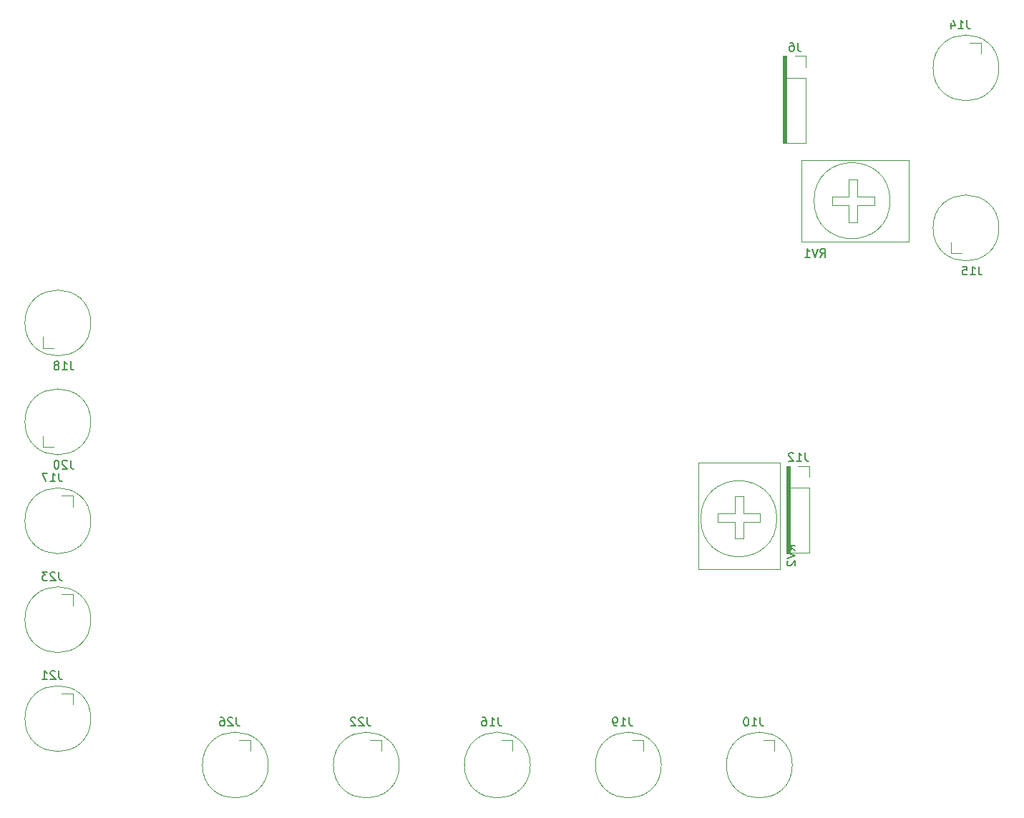
<source format=gbr>
G04 #@! TF.GenerationSoftware,KiCad,Pcbnew,(5.1.5-0-10_14)*
G04 #@! TF.CreationDate,2020-04-26T17:44:24+02:00*
G04 #@! TF.ProjectId,Main_Board_v1,4d61696e-5f42-46f6-9172-645f76312e6b,rev?*
G04 #@! TF.SameCoordinates,Original*
G04 #@! TF.FileFunction,Legend,Bot*
G04 #@! TF.FilePolarity,Positive*
%FSLAX46Y46*%
G04 Gerber Fmt 4.6, Leading zero omitted, Abs format (unit mm)*
G04 Created by KiCad (PCBNEW (5.1.5-0-10_14)) date 2020-04-26 17:44:24*
%MOMM*%
%LPD*%
G04 APERTURE LIST*
%ADD10C,0.120000*%
%ADD11C,0.100000*%
%ADD12C,0.150000*%
G04 APERTURE END LIST*
D10*
X38157854Y-72319383D02*
G75*
G03X38157854Y-72319383I-3900000J0D01*
G01*
X32457854Y-75319383D02*
X33787854Y-75319383D01*
X32457854Y-73989383D02*
X32457854Y-75319383D01*
X145607854Y-42119383D02*
G75*
G03X145607854Y-42119383I-3900000J0D01*
G01*
X143507854Y-39119383D02*
X142177854Y-39119383D01*
X143507854Y-40449383D02*
X143507854Y-39119383D01*
X117357854Y-94869383D02*
X117357854Y-95869383D01*
X115357854Y-94869383D02*
X117357854Y-94869383D01*
X115357854Y-92869383D02*
X115357854Y-94869383D01*
X114357854Y-92869383D02*
X115357854Y-92869383D01*
X114357854Y-94869383D02*
X114357854Y-92869383D01*
X112357854Y-94869383D02*
X114357854Y-94869383D01*
X112357854Y-95869383D02*
X112357854Y-94869383D01*
X114357854Y-95869383D02*
X112357854Y-95869383D01*
X114357854Y-97869383D02*
X114357854Y-95869383D01*
X115357854Y-97869383D02*
X114357854Y-97869383D01*
X115357854Y-95869383D02*
X115357854Y-97869383D01*
X117357854Y-95869383D02*
X115357854Y-95869383D01*
X119326726Y-95500511D02*
G75*
G03X119326726Y-95500511I-4500000J0D01*
G01*
X119657854Y-101509383D02*
X110057854Y-101509383D01*
X119657854Y-88819383D02*
X110057854Y-88819383D01*
X110057854Y-101509383D02*
X110057854Y-88819383D01*
X119657854Y-91969383D02*
X119657854Y-88819383D01*
X119657854Y-101509383D02*
X119657854Y-91969383D01*
X128857854Y-60369383D02*
X127857854Y-60369383D01*
X128857854Y-58369383D02*
X128857854Y-60369383D01*
X130857854Y-58369383D02*
X128857854Y-58369383D01*
X130857854Y-57369383D02*
X130857854Y-58369383D01*
X128857854Y-57369383D02*
X130857854Y-57369383D01*
X128857854Y-55369383D02*
X128857854Y-57369383D01*
X127857854Y-55369383D02*
X128857854Y-55369383D01*
X127857854Y-57369383D02*
X127857854Y-55369383D01*
X125857854Y-57369383D02*
X127857854Y-57369383D01*
X125857854Y-58369383D02*
X125857854Y-57369383D01*
X127857854Y-58369383D02*
X125857854Y-58369383D01*
X127857854Y-60369383D02*
X127857854Y-58369383D01*
X132726726Y-57838255D02*
G75*
G03X132726726Y-57838255I-4500000J0D01*
G01*
X122217854Y-62669383D02*
X122217854Y-53069383D01*
X134907854Y-62669383D02*
X134907854Y-53069383D01*
X122217854Y-53069383D02*
X134907854Y-53069383D01*
X131757854Y-62669383D02*
X134907854Y-62669383D01*
X122217854Y-62669383D02*
X131757854Y-62669383D01*
X59157854Y-124669383D02*
G75*
G03X59157854Y-124669383I-3900000J0D01*
G01*
X57057854Y-121669383D02*
X55727854Y-121669383D01*
X57057854Y-122999383D02*
X57057854Y-121669383D01*
X38157854Y-107456883D02*
G75*
G03X38157854Y-107456883I-3900000J0D01*
G01*
X36057854Y-104456883D02*
X34727854Y-104456883D01*
X36057854Y-105786883D02*
X36057854Y-104456883D01*
X74657854Y-124669383D02*
G75*
G03X74657854Y-124669383I-3900000J0D01*
G01*
X72557854Y-121669383D02*
X71227854Y-121669383D01*
X72557854Y-122999383D02*
X72557854Y-121669383D01*
X38157854Y-119169383D02*
G75*
G03X38157854Y-119169383I-3900000J0D01*
G01*
X36057854Y-116169383D02*
X34727854Y-116169383D01*
X36057854Y-117499383D02*
X36057854Y-116169383D01*
X38157854Y-84031883D02*
G75*
G03X38157854Y-84031883I-3900000J0D01*
G01*
X32457854Y-87031883D02*
X33787854Y-87031883D01*
X32457854Y-85701883D02*
X32457854Y-87031883D01*
X105657854Y-124669383D02*
G75*
G03X105657854Y-124669383I-3900000J0D01*
G01*
X103557854Y-121669383D02*
X102227854Y-121669383D01*
X103557854Y-122999383D02*
X103557854Y-121669383D01*
X38157854Y-95744383D02*
G75*
G03X38157854Y-95744383I-3900000J0D01*
G01*
X36057854Y-92744383D02*
X34727854Y-92744383D01*
X36057854Y-94074383D02*
X36057854Y-92744383D01*
X90157854Y-124669383D02*
G75*
G03X90157854Y-124669383I-3900000J0D01*
G01*
X88057854Y-121669383D02*
X86727854Y-121669383D01*
X88057854Y-122999383D02*
X88057854Y-121669383D01*
X145607854Y-61069383D02*
G75*
G03X145607854Y-61069383I-3900000J0D01*
G01*
X139907854Y-64069383D02*
X141237854Y-64069383D01*
X139907854Y-62739383D02*
X139907854Y-64069383D01*
D11*
G36*
X120457854Y-99569383D02*
G01*
X120857854Y-99569383D01*
X120857854Y-89269383D01*
X120457854Y-89269383D01*
X120457854Y-99569383D01*
G37*
X120457854Y-99569383D02*
X120857854Y-99569383D01*
X120857854Y-89269383D01*
X120457854Y-89269383D01*
X120457854Y-99569383D01*
G36*
X120557854Y-99469383D02*
G01*
X120757854Y-99469383D01*
X120757854Y-89269383D01*
X120557854Y-89269383D01*
X120557854Y-99469383D01*
G37*
X120557854Y-99469383D02*
X120757854Y-99469383D01*
X120757854Y-89269383D01*
X120557854Y-89269383D01*
X120557854Y-99469383D01*
D10*
X123187854Y-89239383D02*
X121857854Y-89239383D01*
X123187854Y-90569383D02*
X123187854Y-89239383D01*
X123187854Y-91839383D02*
X120527854Y-91839383D01*
X120527854Y-91839383D02*
X120527854Y-99519383D01*
X123187854Y-91839383D02*
X123187854Y-99519383D01*
X123187854Y-99519383D02*
X120527854Y-99519383D01*
X121157854Y-124669383D02*
G75*
G03X121157854Y-124669383I-3900000J0D01*
G01*
X119057854Y-121669383D02*
X117727854Y-121669383D01*
X119057854Y-122999383D02*
X119057854Y-121669383D01*
D11*
G36*
X120057854Y-51019383D02*
G01*
X120457854Y-51019383D01*
X120457854Y-40719383D01*
X120057854Y-40719383D01*
X120057854Y-51019383D01*
G37*
X120057854Y-51019383D02*
X120457854Y-51019383D01*
X120457854Y-40719383D01*
X120057854Y-40719383D01*
X120057854Y-51019383D01*
G36*
X120157854Y-50919383D02*
G01*
X120357854Y-50919383D01*
X120357854Y-40719383D01*
X120157854Y-40719383D01*
X120157854Y-50919383D01*
G37*
X120157854Y-50919383D02*
X120357854Y-50919383D01*
X120357854Y-40719383D01*
X120157854Y-40719383D01*
X120157854Y-50919383D01*
D10*
X122787854Y-40689383D02*
X121457854Y-40689383D01*
X122787854Y-42019383D02*
X122787854Y-40689383D01*
X122787854Y-43289383D02*
X120127854Y-43289383D01*
X120127854Y-43289383D02*
X120127854Y-50969383D01*
X122787854Y-43289383D02*
X122787854Y-50969383D01*
X122787854Y-50969383D02*
X120127854Y-50969383D01*
D12*
X35767377Y-76871763D02*
X35767377Y-77586049D01*
X35814996Y-77728906D01*
X35910234Y-77824144D01*
X36053092Y-77871763D01*
X36148330Y-77871763D01*
X34767377Y-77871763D02*
X35338806Y-77871763D01*
X35053092Y-77871763D02*
X35053092Y-76871763D01*
X35148330Y-77014621D01*
X35243568Y-77109859D01*
X35338806Y-77157478D01*
X34195949Y-77300335D02*
X34291187Y-77252716D01*
X34338806Y-77205097D01*
X34386425Y-77109859D01*
X34386425Y-77062240D01*
X34338806Y-76967002D01*
X34291187Y-76919383D01*
X34195949Y-76871763D01*
X34005473Y-76871763D01*
X33910234Y-76919383D01*
X33862615Y-76967002D01*
X33814996Y-77062240D01*
X33814996Y-77109859D01*
X33862615Y-77205097D01*
X33910234Y-77252716D01*
X34005473Y-77300335D01*
X34195949Y-77300335D01*
X34291187Y-77347954D01*
X34338806Y-77395573D01*
X34386425Y-77490811D01*
X34386425Y-77681287D01*
X34338806Y-77776525D01*
X34291187Y-77824144D01*
X34195949Y-77871763D01*
X34005473Y-77871763D01*
X33910234Y-77824144D01*
X33862615Y-77776525D01*
X33814996Y-77681287D01*
X33814996Y-77490811D01*
X33862615Y-77395573D01*
X33910234Y-77347954D01*
X34005473Y-77300335D01*
X141817377Y-36471763D02*
X141817377Y-37186049D01*
X141864996Y-37328906D01*
X141960234Y-37424144D01*
X142103092Y-37471763D01*
X142198330Y-37471763D01*
X140817377Y-37471763D02*
X141388806Y-37471763D01*
X141103092Y-37471763D02*
X141103092Y-36471763D01*
X141198330Y-36614621D01*
X141293568Y-36709859D01*
X141388806Y-36757478D01*
X139960234Y-36805097D02*
X139960234Y-37471763D01*
X140198330Y-36424144D02*
X140436425Y-37138430D01*
X139817377Y-37138430D01*
X121510234Y-99274144D02*
X121034044Y-98940811D01*
X121510234Y-98702716D02*
X120510234Y-98702716D01*
X120510234Y-99083668D01*
X120557854Y-99178906D01*
X120605473Y-99226525D01*
X120700711Y-99274144D01*
X120843568Y-99274144D01*
X120938806Y-99226525D01*
X120986425Y-99178906D01*
X121034044Y-99083668D01*
X121034044Y-98702716D01*
X120510234Y-99559859D02*
X121510234Y-99893192D01*
X120510234Y-100226525D01*
X120605473Y-100512240D02*
X120557854Y-100559859D01*
X120510234Y-100655097D01*
X120510234Y-100893192D01*
X120557854Y-100988430D01*
X120605473Y-101036049D01*
X120700711Y-101083668D01*
X120795949Y-101083668D01*
X120938806Y-101036049D01*
X121510234Y-100464621D01*
X121510234Y-101083668D01*
X124453092Y-64521763D02*
X124786425Y-64045573D01*
X125024520Y-64521763D02*
X125024520Y-63521763D01*
X124643568Y-63521763D01*
X124548330Y-63569383D01*
X124500711Y-63617002D01*
X124453092Y-63712240D01*
X124453092Y-63855097D01*
X124500711Y-63950335D01*
X124548330Y-63997954D01*
X124643568Y-64045573D01*
X125024520Y-64045573D01*
X124167377Y-63521763D02*
X123834044Y-64521763D01*
X123500711Y-63521763D01*
X122643568Y-64521763D02*
X123214996Y-64521763D01*
X122929282Y-64521763D02*
X122929282Y-63521763D01*
X123024520Y-63664621D01*
X123119758Y-63759859D01*
X123214996Y-63807478D01*
X55367377Y-119021763D02*
X55367377Y-119736049D01*
X55414996Y-119878906D01*
X55510234Y-119974144D01*
X55653092Y-120021763D01*
X55748330Y-120021763D01*
X54938806Y-119117002D02*
X54891187Y-119069383D01*
X54795949Y-119021763D01*
X54557854Y-119021763D01*
X54462615Y-119069383D01*
X54414996Y-119117002D01*
X54367377Y-119212240D01*
X54367377Y-119307478D01*
X54414996Y-119450335D01*
X54986425Y-120021763D01*
X54367377Y-120021763D01*
X53510234Y-119021763D02*
X53700711Y-119021763D01*
X53795949Y-119069383D01*
X53843568Y-119117002D01*
X53938806Y-119259859D01*
X53986425Y-119450335D01*
X53986425Y-119831287D01*
X53938806Y-119926525D01*
X53891187Y-119974144D01*
X53795949Y-120021763D01*
X53605473Y-120021763D01*
X53510234Y-119974144D01*
X53462615Y-119926525D01*
X53414996Y-119831287D01*
X53414996Y-119593192D01*
X53462615Y-119497954D01*
X53510234Y-119450335D01*
X53605473Y-119402716D01*
X53795949Y-119402716D01*
X53891187Y-119450335D01*
X53938806Y-119497954D01*
X53986425Y-119593192D01*
X34367377Y-101809263D02*
X34367377Y-102523549D01*
X34414996Y-102666406D01*
X34510234Y-102761644D01*
X34653092Y-102809263D01*
X34748330Y-102809263D01*
X33938806Y-101904502D02*
X33891187Y-101856883D01*
X33795949Y-101809263D01*
X33557854Y-101809263D01*
X33462615Y-101856883D01*
X33414996Y-101904502D01*
X33367377Y-101999740D01*
X33367377Y-102094978D01*
X33414996Y-102237835D01*
X33986425Y-102809263D01*
X33367377Y-102809263D01*
X33034044Y-101809263D02*
X32414996Y-101809263D01*
X32748330Y-102190216D01*
X32605473Y-102190216D01*
X32510234Y-102237835D01*
X32462615Y-102285454D01*
X32414996Y-102380692D01*
X32414996Y-102618787D01*
X32462615Y-102714025D01*
X32510234Y-102761644D01*
X32605473Y-102809263D01*
X32891187Y-102809263D01*
X32986425Y-102761644D01*
X33034044Y-102714025D01*
X70867377Y-119021763D02*
X70867377Y-119736049D01*
X70914996Y-119878906D01*
X71010234Y-119974144D01*
X71153092Y-120021763D01*
X71248330Y-120021763D01*
X70438806Y-119117002D02*
X70391187Y-119069383D01*
X70295949Y-119021763D01*
X70057854Y-119021763D01*
X69962615Y-119069383D01*
X69914996Y-119117002D01*
X69867377Y-119212240D01*
X69867377Y-119307478D01*
X69914996Y-119450335D01*
X70486425Y-120021763D01*
X69867377Y-120021763D01*
X69486425Y-119117002D02*
X69438806Y-119069383D01*
X69343568Y-119021763D01*
X69105473Y-119021763D01*
X69010234Y-119069383D01*
X68962615Y-119117002D01*
X68914996Y-119212240D01*
X68914996Y-119307478D01*
X68962615Y-119450335D01*
X69534044Y-120021763D01*
X68914996Y-120021763D01*
X34367377Y-113521763D02*
X34367377Y-114236049D01*
X34414996Y-114378906D01*
X34510234Y-114474144D01*
X34653092Y-114521763D01*
X34748330Y-114521763D01*
X33938806Y-113617002D02*
X33891187Y-113569383D01*
X33795949Y-113521763D01*
X33557854Y-113521763D01*
X33462615Y-113569383D01*
X33414996Y-113617002D01*
X33367377Y-113712240D01*
X33367377Y-113807478D01*
X33414996Y-113950335D01*
X33986425Y-114521763D01*
X33367377Y-114521763D01*
X32414996Y-114521763D02*
X32986425Y-114521763D01*
X32700711Y-114521763D02*
X32700711Y-113521763D01*
X32795949Y-113664621D01*
X32891187Y-113759859D01*
X32986425Y-113807478D01*
X35767377Y-88584263D02*
X35767377Y-89298549D01*
X35814996Y-89441406D01*
X35910234Y-89536644D01*
X36053092Y-89584263D01*
X36148330Y-89584263D01*
X35338806Y-88679502D02*
X35291187Y-88631883D01*
X35195949Y-88584263D01*
X34957854Y-88584263D01*
X34862615Y-88631883D01*
X34814996Y-88679502D01*
X34767377Y-88774740D01*
X34767377Y-88869978D01*
X34814996Y-89012835D01*
X35386425Y-89584263D01*
X34767377Y-89584263D01*
X34148330Y-88584263D02*
X34053092Y-88584263D01*
X33957854Y-88631883D01*
X33910234Y-88679502D01*
X33862615Y-88774740D01*
X33814996Y-88965216D01*
X33814996Y-89203311D01*
X33862615Y-89393787D01*
X33910234Y-89489025D01*
X33957854Y-89536644D01*
X34053092Y-89584263D01*
X34148330Y-89584263D01*
X34243568Y-89536644D01*
X34291187Y-89489025D01*
X34338806Y-89393787D01*
X34386425Y-89203311D01*
X34386425Y-88965216D01*
X34338806Y-88774740D01*
X34291187Y-88679502D01*
X34243568Y-88631883D01*
X34148330Y-88584263D01*
X101867377Y-119021763D02*
X101867377Y-119736049D01*
X101914996Y-119878906D01*
X102010234Y-119974144D01*
X102153092Y-120021763D01*
X102248330Y-120021763D01*
X100867377Y-120021763D02*
X101438806Y-120021763D01*
X101153092Y-120021763D02*
X101153092Y-119021763D01*
X101248330Y-119164621D01*
X101343568Y-119259859D01*
X101438806Y-119307478D01*
X100391187Y-120021763D02*
X100200711Y-120021763D01*
X100105473Y-119974144D01*
X100057854Y-119926525D01*
X99962615Y-119783668D01*
X99914996Y-119593192D01*
X99914996Y-119212240D01*
X99962615Y-119117002D01*
X100010234Y-119069383D01*
X100105473Y-119021763D01*
X100295949Y-119021763D01*
X100391187Y-119069383D01*
X100438806Y-119117002D01*
X100486425Y-119212240D01*
X100486425Y-119450335D01*
X100438806Y-119545573D01*
X100391187Y-119593192D01*
X100295949Y-119640811D01*
X100105473Y-119640811D01*
X100010234Y-119593192D01*
X99962615Y-119545573D01*
X99914996Y-119450335D01*
X34367377Y-90096763D02*
X34367377Y-90811049D01*
X34414996Y-90953906D01*
X34510234Y-91049144D01*
X34653092Y-91096763D01*
X34748330Y-91096763D01*
X33367377Y-91096763D02*
X33938806Y-91096763D01*
X33653092Y-91096763D02*
X33653092Y-90096763D01*
X33748330Y-90239621D01*
X33843568Y-90334859D01*
X33938806Y-90382478D01*
X33034044Y-90096763D02*
X32367377Y-90096763D01*
X32795949Y-91096763D01*
X86367377Y-119021763D02*
X86367377Y-119736049D01*
X86414996Y-119878906D01*
X86510234Y-119974144D01*
X86653092Y-120021763D01*
X86748330Y-120021763D01*
X85367377Y-120021763D02*
X85938806Y-120021763D01*
X85653092Y-120021763D02*
X85653092Y-119021763D01*
X85748330Y-119164621D01*
X85843568Y-119259859D01*
X85938806Y-119307478D01*
X84510234Y-119021763D02*
X84700711Y-119021763D01*
X84795949Y-119069383D01*
X84843568Y-119117002D01*
X84938806Y-119259859D01*
X84986425Y-119450335D01*
X84986425Y-119831287D01*
X84938806Y-119926525D01*
X84891187Y-119974144D01*
X84795949Y-120021763D01*
X84605473Y-120021763D01*
X84510234Y-119974144D01*
X84462615Y-119926525D01*
X84414996Y-119831287D01*
X84414996Y-119593192D01*
X84462615Y-119497954D01*
X84510234Y-119450335D01*
X84605473Y-119402716D01*
X84795949Y-119402716D01*
X84891187Y-119450335D01*
X84938806Y-119497954D01*
X84986425Y-119593192D01*
X143217377Y-65621763D02*
X143217377Y-66336049D01*
X143264996Y-66478906D01*
X143360234Y-66574144D01*
X143503092Y-66621763D01*
X143598330Y-66621763D01*
X142217377Y-66621763D02*
X142788806Y-66621763D01*
X142503092Y-66621763D02*
X142503092Y-65621763D01*
X142598330Y-65764621D01*
X142693568Y-65859859D01*
X142788806Y-65907478D01*
X141312615Y-65621763D02*
X141788806Y-65621763D01*
X141836425Y-66097954D01*
X141788806Y-66050335D01*
X141693568Y-66002716D01*
X141455473Y-66002716D01*
X141360234Y-66050335D01*
X141312615Y-66097954D01*
X141264996Y-66193192D01*
X141264996Y-66431287D01*
X141312615Y-66526525D01*
X141360234Y-66574144D01*
X141455473Y-66621763D01*
X141693568Y-66621763D01*
X141788806Y-66574144D01*
X141836425Y-66526525D01*
X122667377Y-87691763D02*
X122667377Y-88406049D01*
X122714996Y-88548906D01*
X122810234Y-88644144D01*
X122953092Y-88691763D01*
X123048330Y-88691763D01*
X121667377Y-88691763D02*
X122238806Y-88691763D01*
X121953092Y-88691763D02*
X121953092Y-87691763D01*
X122048330Y-87834621D01*
X122143568Y-87929859D01*
X122238806Y-87977478D01*
X121286425Y-87787002D02*
X121238806Y-87739383D01*
X121143568Y-87691763D01*
X120905473Y-87691763D01*
X120810234Y-87739383D01*
X120762615Y-87787002D01*
X120714996Y-87882240D01*
X120714996Y-87977478D01*
X120762615Y-88120335D01*
X121334044Y-88691763D01*
X120714996Y-88691763D01*
X117367377Y-119021763D02*
X117367377Y-119736049D01*
X117414996Y-119878906D01*
X117510234Y-119974144D01*
X117653092Y-120021763D01*
X117748330Y-120021763D01*
X116367377Y-120021763D02*
X116938806Y-120021763D01*
X116653092Y-120021763D02*
X116653092Y-119021763D01*
X116748330Y-119164621D01*
X116843568Y-119259859D01*
X116938806Y-119307478D01*
X115748330Y-119021763D02*
X115653092Y-119021763D01*
X115557854Y-119069383D01*
X115510234Y-119117002D01*
X115462615Y-119212240D01*
X115414996Y-119402716D01*
X115414996Y-119640811D01*
X115462615Y-119831287D01*
X115510234Y-119926525D01*
X115557854Y-119974144D01*
X115653092Y-120021763D01*
X115748330Y-120021763D01*
X115843568Y-119974144D01*
X115891187Y-119926525D01*
X115938806Y-119831287D01*
X115986425Y-119640811D01*
X115986425Y-119402716D01*
X115938806Y-119212240D01*
X115891187Y-119117002D01*
X115843568Y-119069383D01*
X115748330Y-119021763D01*
X121791187Y-39141763D02*
X121791187Y-39856049D01*
X121838806Y-39998906D01*
X121934044Y-40094144D01*
X122076901Y-40141763D01*
X122172139Y-40141763D01*
X120886425Y-39141763D02*
X121076901Y-39141763D01*
X121172139Y-39189383D01*
X121219758Y-39237002D01*
X121314996Y-39379859D01*
X121362615Y-39570335D01*
X121362615Y-39951287D01*
X121314996Y-40046525D01*
X121267377Y-40094144D01*
X121172139Y-40141763D01*
X120981663Y-40141763D01*
X120886425Y-40094144D01*
X120838806Y-40046525D01*
X120791187Y-39951287D01*
X120791187Y-39713192D01*
X120838806Y-39617954D01*
X120886425Y-39570335D01*
X120981663Y-39522716D01*
X121172139Y-39522716D01*
X121267377Y-39570335D01*
X121314996Y-39617954D01*
X121362615Y-39713192D01*
M02*

</source>
